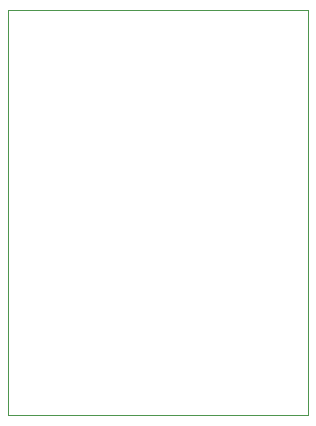
<source format=gm1>
G04 #@! TF.GenerationSoftware,KiCad,Pcbnew,(6.0.7)*
G04 #@! TF.CreationDate,2023-06-30T23:32:05-07:00*
G04 #@! TF.ProjectId,RFD900 Interface,52464439-3030-4204-996e-746572666163,rev?*
G04 #@! TF.SameCoordinates,Original*
G04 #@! TF.FileFunction,Profile,NP*
%FSLAX46Y46*%
G04 Gerber Fmt 4.6, Leading zero omitted, Abs format (unit mm)*
G04 Created by KiCad (PCBNEW (6.0.7)) date 2023-06-30 23:32:05*
%MOMM*%
%LPD*%
G01*
G04 APERTURE LIST*
G04 #@! TA.AperFunction,Profile*
%ADD10C,0.100000*%
G04 #@! TD*
G04 APERTURE END LIST*
D10*
X25400000Y-25400000D02*
X50800000Y-25400000D01*
X50800000Y-25400000D02*
X50800000Y-59690000D01*
X50800000Y-59690000D02*
X25400000Y-59690000D01*
X25400000Y-59690000D02*
X25400000Y-25400000D01*
M02*

</source>
